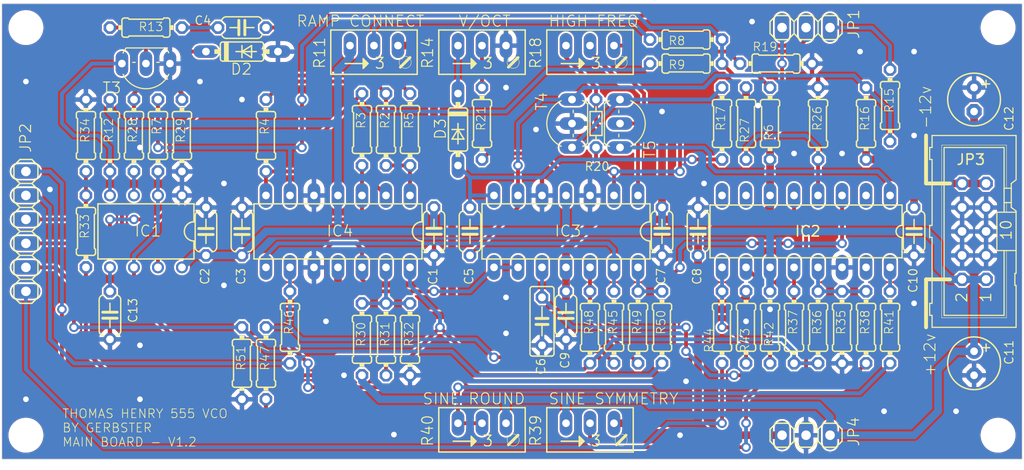
<source format=kicad_pcb>
(kicad_pcb (version 20240108) (generator "pcbnew") (generator_version "8.0")
  (layers (0 "F.Cu" signal) (31 "B.Cu" signal) (34 "B.Paste" user) (35 "F.Paste" user) (36 "B.SilkS" user "B.Silkscreen") (37 "F.SilkS" user "F.Silkscreen") (38 "B.Mask" user) (39 "F.Mask" user) (44 "Edge.Cuts" user))
  (net 0 "")
  (net 1 "GND")
  (net 2 "+12V")
  (net 3 "N$1")
  (net 4 "N$2")
  (net 5 "N$3")
  (net 6 "N$4")
  (net 7 "RAMP-OUT")
  (net 8 "N$5")
  (net 9 "-12V")
  (net 10 "N$9")
  (net 11 "HARD-SYNC-IN")
  (net 12 "N$11")
  (net 13 "N$12")
  (net 14 "N$13")
  (net 15 "N$8")
  (net 16 "N$10")
  (net 17 "N$14")
  (net 18 "N$15")
  (net 19 "N$16")
  (net 20 "N$18")
  (net 21 "N$19")
  (net 22 "LIN-FM")
  (net 23 "N$17")
  (net 24 "N$20")
  (net 25 "N$23")
  (net 26 "N$24")
  (net 27 "N$22")
  (net 28 "N$25")
  (net 29 "N$26")
  (net 30 "N$27")
  (net 31 "N$29")
  (net 32 "TRIANGLE-OUT")
  (net 33 "N$7")
  (net 34 "N$28")
  (net 35 "N$30")
  (net 36 "N$31")
  (net 37 "N$32")
  (net 38 "N$33")
  (net 39 "SINE-OUT")
  (net 40 "N$34")
  (net 41 "N$37")
  (net 42 "PULSE-WIDTH")
  (net 43 "PWM-IN")
  (net 44 "N$41")
  (net 45 "N$42")
  (net 46 "PULSE-OUT")
  (net 47 "N$35")
  (net 48 "MULTI-IN")
  (footprint "mainboard:RJ9W" (layer "F.Cu") (at 156.7561 125.9586)
    (property "Reference" "R39")
    (property "Value" "100k")
  )
  (footprint "mainboard:0204_7" (layer "F.Cu") (at 159.2961 115.1636 90)
    (property "Reference" "R45")
    (property "Value" "120k")
  )
  (footprint "mainboard:ML10" (layer "F.Cu") (at 197.3961 105.0036 90)
    (property "Reference" "JP3")
    (property "Value" "")
  )
  (footprint "mainboard:0204_7" (layer "F.Cu") (at 188.5061 115.1636 90)
    (property "Reference" "R41")
    (property "Value" "22k")
  )
  (footprint "mainboard:DO35-7" (layer "F.Cu") (at 142.7861 94.2086 -90)
    (property "Reference" "D3")
    (property "Value" "")
  )
  (footprint "mainboard:0204_7" (layer "F.Cu") (at 119.9261 118.9736 90)
    (property "Reference" "R51")
    (property "Value" "1.8k")
  )
  (footprint "mainboard:0204_7" (layer "F.Cu") (at 170.7261 115.1636 -90)
    (property "Reference" "R44")
    (property "Value" "1k")
  )
  (footprint "mainboard:0204_7" (layer "F.Cu") (at 185.9661 115.1636 90)
    (property "Reference" "R38")
    (property "Value" "1M")
  )
  (footprint "mainboard:0204_7" (layer "F.Cu") (at 113.5761 94.8436 90)
    (property "Reference" "R29")
    (property "Value" "1.5k")
  )
  (footprint "mainboard:RJ9W" (layer "F.Cu") (at 156.7561 85.9536)
    (property "Reference" "R18")
    (property "Value" "100")
  )
  (footprint "mainboard:0204_7" (layer "F.Cu") (at 156.7561 115.1636 -90)
    (property "Reference" "R48")
    (property "Value" "2.2k")
  )
  (footprint "mainboard:RJ9W" (layer "F.Cu") (at 133.8961 85.9536)
    (property "Reference" "R11")
    (property "Value" "100k")
  )
  (footprint "mainboard:0204_7" (layer "F.Cu") (at 105.9561 94.8436 90)
    (property "Reference" "R12")
    (property "Value" "4.7k")
  )
  (footprint "mainboard:0204_7" (layer "F.Cu") (at 175.8061 93.5736 90)
    (property "Reference" "R6")
    (property "Value" "150k")
  )
  (footprint "mainboard:R-5" (layer "F.Cu") (at 157.3911 93.5736 -90)
    (property "Reference" "R20")
    (property "Value" "2k TEMPCO")
  )
  (footprint "mainboard:0204_7" (layer "F.Cu") (at 111.0361 94.8436 90)
    (property "Reference" "R7")
    (property "Value" "100k")
  )
  (footprint "mainboard:0204_7" (layer "F.Cu") (at 185.9661 93.5736 90)
    (property "Reference" "R16")
    (property "Value" "1.5M")
  )
  (footprint "" (layer "F.Cu") (at 97.0661 83.4136)
    (property "Reference" "@HOLE0" (hide yes))
    (property "Value" "")
  )
  (footprint "mainboard:0204_7" (layer "F.Cu") (at 180.8861 115.1636 -90)
    (property "Reference" "R36")
    (property "Value" "100k")
  )
  (footprint "mainboard:0204_7" (layer "F.Cu") (at 135.1661 94.2086 -90)
    (property "Reference" "R2")
    (property "Value" "10k")
  )
  (footprint "mainboard:E2,5-6" (layer "F.Cu") (at 197.3961 91.0336 -90)
    (property "Reference" "C12")
    (property "Value" "10uF/50v")
  )
  (footprint "mainboard:C050-024X044" (layer "F.Cu") (at 154.2161 113.8936 -90)
    (property "Reference" "C9")
    (property "Value" "0.01uF")
  )
  (footprint "mainboard:0204_7" (layer "F.Cu") (at 145.3261 93.5736 -90)
    (property "Reference" "R21")
    (property "Value" "1M")
  )
  (footprint "mainboard:0204_7" (layer "F.Cu") (at 137.7061 116.4336 90)
    (property "Reference" "R32")
    (property "Value" "20k")
  )
  (footprint "mainboard:C050-024X044" (layer "F.Cu") (at 119.9261 83.4136 180)
    (property "Reference" "C4")
    (property "Value" "470pF")
  )
  (footprint "mainboard:0204_7" (layer "F.Cu") (at 173.2661 93.5736 90)
    (property "Reference" "R27")
    (property "Value" "10k")
  )
  (footprint "mainboard:0204_7" (layer "F.Cu") (at 166.9161 87.2236 180)
    (property "Reference" "R9")
    (property "Value" "137k")
  )
  (footprint "mainboard:C050-024X044" (layer "F.Cu") (at 140.2461 105.0036 90)
    (property "Reference" "C1")
    (property "Value" "0.01uF")
  )
  (footprint "mainboard:C050-024X044" (layer "F.Cu") (at 164.3761 105.0036 90)
    (property "Reference" "C7")
    (property "Value" "0.01uF")
  )
  (footprint "mainboard:0204_7" (layer "F.Cu") (at 170.7261 93.5736 90)
    (property "Reference" "R17")
    (property "Value" "22k")
  )
  (footprint "mainboard:0204_7" (layer "F.Cu") (at 103.4161 105.0036 90)
    (property "Reference" "R33")
    (property "Value" "2k")
  )
  (footprint "mainboard:C050-024X044" (layer "F.Cu") (at 119.9261 105.0036 -90)
    (property "Reference" "C3")
    (property "Value" "0.1uF")
  )
  (footprint "mainboard:0204_7" (layer "F.Cu") (at 125.0061 115.1636 90)
    (property "Reference" "R46")
    (property "Value" "100k")
  )
  (footprint "mainboard:TO92-EBC" (layer "F.Cu") (at 109.7661 88.4936 180)
    (property "Reference" "T3")
    (property "Value" "2N3904")
  )
  (footprint "mainboard:0204_7" (layer "F.Cu") (at 103.4161 94.8436 -90)
    (property "Reference" "R34")
    (property "Value" "2k")
  )
  (footprint "" (layer "F.Cu") (at 97.0661 126.5936)
    (property "Reference" "@HOLE1" (hide yes))
    (property "Value" "")
  )
  (footprint "mainboard:0204_7" (layer "F.Cu") (at 137.7061 94.2086 90)
    (property "Reference" "R5")
    (property "Value" "1k")
  )
  (footprint "mainboard:0204_7" (layer "F.Cu") (at 135.1661 116.4336 -90)
    (property "Reference" "R31")
    (property "Value" "20k")
  )
  (footprint "mainboard:C050-024X044" (layer "F.Cu") (at 144.0561 105.0036 90)
    (property "Reference" "C5")
    (property "Value" "100pF")
  )
  (footprint "mainboard:C050-024X044" (layer "F.Cu") (at 191.0461 105.0036 -90)
    (property "Reference" "C10")
    (property "Value" "0.01uF")
  )
  (footprint "mainboard:DIL14" (layer "F.Cu") (at 130.0861 105.0036 180)
    (property "Reference" "IC4")
    (property "Value" "TL074P")
  )
  (footprint "mainboard:0204_7" (layer "F.Cu") (at 122.4661 94.8436 90)
    (property "Reference" "R4")
    (property "Value" "10k")
  )
  (footprint "mainboard:C050-025X075" (layer "F.Cu") (at 151.6761 114.5286 -90)
    (property "Reference" "C6")
    (property "Value" "0.0022uF")
  )
  (footprint "mainboard:C050-024X044" (layer "F.Cu") (at 168.1861 105.0036 90)
    (property "Reference" "C8")
    (property "Value" "0.01uF")
  )
  (footprint "mainboard:0204_7" (layer "F.Cu") (at 188.5061 91.6686 -90)
    (property "Reference" "R15")
    (property "Value" "1M")
  )
  (footprint "mainboard:0204_7" (layer "F.Cu") (at 108.4961 94.8436 90)
    (property "Reference" "R28")
    (property "Value" "4.7k")
  )
  (footprint "mainboard:0204_7" (layer "F.Cu") (at 132.6261 94.2086 -90)
    (property "Reference" "R3")
    (property "Value" "10k")
  )
  (footprint "mainboard:RJ9W" (layer "F.Cu") (at 145.3261 125.9586)
    (property "Reference" "R40")
    (property "Value" "25k")
  )
  (footprint "mainboard:DIL14" (layer "F.Cu") (at 154.2161 105.0036 180)
    (property "Reference" "IC3")
    (property "Value" "TL074P")
  )
  (footprint "mainboard:DO35-7" (layer "F.Cu") (at 119.9261 85.9536)
    (property "Reference" "D2")
    (property "Value" "")
  )
  (footprint "mainboard:0204_7" (layer "F.Cu") (at 176.4411 87.2236 180)
    (property "Reference" "R19")
    (property "Value" "390")
  )
  (footprint "" (layer "F.Cu") (at 199.9361 83.4136)
    (property "Reference" "@HOLE3" (hide yes))
    (property "Value" "")
  )
  (footprint "mainboard:0204_7" (layer "F.Cu") (at 166.9161 84.6836 180)
    (property "Reference" "R8")
    (property "Value" "1M")
  )
  (footprint "mainboard:0204_7" (layer "F.Cu") (at 175.8061 115.1636 -90)
    (property "Reference" "R42")
    (property "Value" "300k")
  )
  (footprint "mainboard:C050-024X044" (layer "F.Cu") (at 105.9561 113.8936 90)
    (property "Reference" "C13")
    (property "Value" "0.001uF")
  )
  (footprint "mainboard:0204_7" (layer "F.Cu") (at 132.6261 116.4336 90)
    (property "Reference" "R30")
    (property "Value" "10k")
  )
  (footprint "mainboard:0204_7" (layer "F.Cu") (at 109.7661 83.4136 180)
    (property "Reference" "R13")
    (property "Value" "100k")
  )
  (footprint "mainboard:0204_7" (layer "F.Cu") (at 183.4261 115.1636 90)
    (property "Reference" "R35")
    (property "Value" "390")
  )
  (footprint "mainboard:0204_7" (layer "F.Cu") (at 164.3761 115.1636 -90)
    (property "Reference" "R50")
    (property "Value" "2k")
  )
  (footprint "mainboard:DIL16" (layer "F.Cu") (at 179.6161 105.0036 180)
    (property "Reference" "IC2")
    (property "Value" "LM13700N")
  )
  (footprint "mainboard:RJ9W" (layer "F.Cu") (at 145.3261 85.9536)
    (property "Reference" "R14")
    (property "Value" "100k")
  )
  (footprint "mainboard:1X03" (layer "F.Cu") (at 179.6161 126.5936 180)
    (property "Reference" "JP4")
    (property "Value" "")
  )
  (footprint "mainboard:0204_7" (layer "F.Cu") (at 178.3461 115.1636 90)
    (property "Reference" "R37")
    (property "Value" "39k")
  )
  (footprint "mainboard:C050-024X044" (layer "F.Cu") (at 116.1161 105.0036 -90)
    (property "Reference" "C2")
    (property "Value" "0.01uF")
  )
  (footprint "mainboard:TO92-EBC" (layer "F.Cu") (at 161.2011 93.5736 -90)
    (property "Reference" "T5")
    (property "Value" "2N3906 matched")
  )
  (footprint "mainboard:E2,5-6" (layer "F.Cu") (at 197.3961 118.9736 -90)
    (property "Reference" "C11")
    (property "Value" "10uF/50v")
  )
  (footprint "" (layer "F.Cu") (at 199.9361 126.5936)
    (property "Reference" "@HOLE2" (hide yes))
    (property "Value" "")
  )
  (footprint "mainboard:DIL08" (layer "F.Cu") (at 109.7661 105.0036 180)
    (property "Reference" "IC1")
    (property "Value" "LM555N")
  )
  (footprint "mainboard:0204_7" (layer "F.Cu") (at 173.2661 115.1636 -90)
    (property "Reference" "R43")
    (property "Value" "5.6k")
  )
  (footprint "mainboard:0204_7" (layer "F.Cu") (at 122.4661 118.9736 90)
    (property "Reference" "R47")
    (property "Value" "330k")
  )
  (footprint "mainboard:0204_7" (layer "F.Cu") (at 180.8861 93.5736 -90)
    (property "Reference" "R26")
    (property "Value" "1.5k")
  )
  (footprint "mainboard:0204_7" (layer "F.Cu") (at 161.8361 115.1636 90)
    (property "Reference" "R49")
    (property "Value" "2.2M")
  )
  (footprint "mainboard:1X06" (layer "F.Cu") (at 97.0661 105.0036 90)
    (property "Reference" "JP2")
    (property "Value" "")
  )
  (footprint "mainboard:TO92-EBC" (layer "F.Cu") (at 153.5811 93.5736 90)
    (property "Reference" "T4")
    (property "Value" "2N3906 matched")
  )
  (footprint "mainboard:1X03" (layer "F.Cu") (at 179.6161 83.4136)
    (property "Reference" "JP1")
    (property "Value" "")
  )
  (gr_line (start 192.3161 110.0836) (end 194.8561 110.0836) (stroke (width 0.4064)) (layer "F.SilkS"))
  (gr_line (start 194.8561 99.9236) (end 192.3161 99.9236) (stroke (width 0.4064)) (layer "F.SilkS"))
  (gr_line (start 192.3161 115.1636) (end 192.3161 110.0836) (stroke (width 0.4064)) (layer "F.SilkS"))
  (gr_line (start 192.3161 99.9236) (end 192.3161 94.8436) (stroke (width 0.4064)) (layer "F.SilkS"))
  (gr_line (start 94.5261 129.1336) (end 202.4761 129.1336) (stroke (width 0.05)) (layer "Edge.Cuts"))
  (gr_line (start 202.4761 80.8736) (end 94.5261 80.8736) (stroke (width 0.05)) (layer "Edge.Cuts"))
  (gr_line (start 202.4761 129.1336) (end 202.4761 80.8736) (stroke (width 0.05)) (layer "Edge.Cuts"))
  (gr_line (start 94.5261 80.8736) (end 94.5261 129.1336) (stroke (width 0.05)) (layer "Edge.Cuts"))
  (gr_text "SINE ROUND" (at 138.9761 123.4186 0) (layer "F.SilkS") (effects (font (size 1.1684 1.1684) (thickness 0.1016)) (justify left bottom)))
  (gr_text "THOMAS HENRY 555 VCO \nBY GERBSTER\nMAIN BOARD - V1.2" (at 100.8761 127.8636 0) (layer "F.SilkS") (effects (font (size 0.93472 0.93472) (thickness 0.08128)) (justify left bottom)))
  (gr_text "HIGH FREQ" (at 152.3111 83.4136 0) (layer "F.SilkS") (effects (font (size 1.1684 1.1684) (thickness 0.1016)) (justify left bottom)))
  (gr_text "+12v" (at 193.404744 120.432044 90) (layer "F.SilkS") (effects (font (size 1.1684 1.1684) (thickness 0.1016)) (justify left bottom)))
  (gr_text "SINE SYMMETRY" (at 152.3111 123.4186 0) (layer "F.SilkS") (effects (font (size 1.1684 1.1684) (thickness 0.1016)) (justify left bottom)))
  (gr_text "V/OCT " (at 142.7861 83.4136 0) (layer "F.SilkS") (effects (font (size 1.1684 1.1684) (thickness 0.1016)) (justify left bottom)))
  (gr_text "RAMP CONNECT" (at 125.6411 83.4136 0) (layer "F.SilkS") (effects (font (size 1.1684 1.1684) (thickness 0.1016)) (justify left bottom)))
  (gr_text "-12v" (at 192.9511 94.2086 90) (layer "F.SilkS") (effects (font (size 1.1684 1.1684) (thickness 0.1016)) (justify left bottom)))
  (via (at 147.8661 89.7636) (size 1.0064) (drill 0.6) (layers "F.Cu" "B.Cu") (net 1))
  (via (at 173.2661 114.5286) (size 1.0064) (drill 0.6) (layers "F.Cu" "B.Cu") (net 1))
  (via (at 187.8711 124.0536) (size 1.0064) (drill 0.6) (layers "F.Cu" "B.Cu") (net 1))
  (via (at 118.0211 99.9236) (size 1.0064) (drill 0.6) (layers "F.Cu" "B.Cu") (net 1))
  (via (at 118.0211 110.7186) (size 1.0064) (drill 0.6) (layers "F.Cu" "B.Cu") (net 1))
  (via (at 178.3461 96.7486) (size 1.0064) (drill 0.6) (layers "F.Cu" "B.Cu") (net 1))
  (via (at 185.3311 85.9536) (size 1.0064) (drill 0.6) (layers "F.Cu" "B.Cu") (net 1))
  (via (at 147.8661 115.7986) (size 1.0064) (drill 0.6) (layers "F.Cu" "B.Cu") (net 1))
  (via (at 109.1311 96.1136) (size 1.0064) (drill 0.6) (layers "F.Cu" "B.Cu") (net 1))
  (via (at 115.4811 89.1286) (size 1.0064) (drill 0.6) (layers "F.Cu" "B.Cu") (net 1))
  (via (at 191.0461 112.6236) (size 1.0064) (drill 0.6) (layers "F.Cu" "B.Cu") (net 1))
  (via (at 147.8661 111.9886) (size 1.0064) (drill 0.6) (layers "F.Cu" "B.Cu") (net 1))
  (via (at 183.4261 96.7486) (size 1.0064) (drill 0.6) (layers "F.Cu" "B.Cu") (net 1))
  (via (at 97.0661 122.7836) (size 1.0064) (drill 0.6) (layers "F.Cu" "B.Cu") (net 1))
  (via (at 97.0661 89.1286) (size 1.0064) (drill 0.6) (layers "F.Cu" "B.Cu") (net 1))
  (via (at 119.9261 91.0336) (size 1.0064) (drill 0.6) (layers "F.Cu" "B.Cu") (net 1))
  (via (at 195.4911 124.0536) (size 1.0064) (drill 0.6) (layers "F.Cu" "B.Cu") (net 1))
  (via (at 175.8061 113.2586) (size 1.0064) (drill 0.6) (layers "F.Cu" "B.Cu") (net 1))
  (via (at 174.5361 91.6686) (size 1.0064) (drill 0.6) (layers "F.Cu" "B.Cu") (net 1))
  (via (at 164.3761 92.3036) (size 1.0064) (drill 0.6) (layers "F.Cu" "B.Cu") (net 1))
  (via (at 136.0061 126.5286) (size 1.0064) (drill 0.6) (layers "F.Cu" "B.Cu") (net 1))
  (via (at 191.0461 94.8436) (size 1.0064) (drill 0.6) (layers "F.Cu" "B.Cu") (net 1))
  (via (at 173.9011 82.7786) (size 1.0064) (drill 0.6) (layers "F.Cu" "B.Cu") (net 1))
  (via (at 168.8211 99.9236) (size 1.0064) (drill 0.6) (layers "F.Cu" "B.Cu") (net 1))
  (via (at 109.1311 117.0686) (size 1.0064) (drill 0.6) (layers "F.Cu" "B.Cu") (net 1))
  (via (at 128.8161 114.5286) (size 1.0064) (drill 0.6) (layers "F.Cu" "B.Cu") (net 1))
  (via (at 151.0411 94.2086) (size 1.0064) (drill 0.6) (layers "F.Cu" "B.Cu") (net 1))
  (via (at 109.1311 122.7836) (size 1.0064) (drill 0.6) (layers "F.Cu" "B.Cu") (net 1))
  (via (at 99.6061 100.5586) (size 1.0064) (drill 0.6) (layers "F.Cu" "B.Cu") (net 1))
  (via (at 130.7211 120.2436) (size 1.0064) (drill 0.6) (layers "F.Cu" "B.Cu") (net 1))
  (via (at 191.0461 85.9536) (size 1.0064) (drill 0.6) (layers "F.Cu" "B.Cu") (net 1))
  (via (at 166.2811 126.5936) (size 1.0064) (drill 0.6) (layers "F.Cu" "B.Cu") (net 1))
  (via (at 166.9161 120.8786) (size 1.0064) (drill 0.6) (layers "F.Cu" "B.Cu") (net 1))
  (segment (start 164.3761 95.4786) (end 164.3761 102.4636) (width 0.8128) (layer "F.Cu") (net 2))
  (segment (start 173.2661 91.0336) (end 171.9961 92.3036) (width 0.8128) (layer "F.Cu") (net 2))
  (segment (start 171.9961 92.3036) (end 167.5511 92.3036) (width 0.8128) (layer "F.Cu") (net 2))
  (segment (start 167.5511 92.3036) (end 164.3761 95.4786) (width 0.8128) (layer "F.Cu") (net 2))
  (segment (start 173.2661 89.7636) (end 173.2661 91.0336) (width 0.8128) (layer "F.Cu") (net 2))
  (segment (start 196.1261 110.0836) (end 194.8561 110.0836) (width 0.8128) (layer "B.Cu") (net 2))
  (segment (start 192.3161 105.0036) (end 175.8061 105.0036) (width 0.8128) (layer "B.Cu") (net 2))
  (segment (start 130.0861 105.0036) (end 122.4661 105.0036) (width 0.8128) (layer "B.Cu") (net 2))
  (segment (start 134.5311 122.7836) (end 147.8661 122.7836) (width 0.8128) (layer "B.Cu") (net 2))
  (segment (start 105.9561 92.3036) (end 107.2261 93.5736) (width 0.8128) (layer "B.Cu") (net 2))
  (segment (start 130.0861 87.8586) (end 131.3561 86.5886) (width 0.8128) (layer "B.Cu") (net 2))
  (segment (start 154.2161 101.1936) (end 154.2161 105.0036) (width 0.8128) (layer "B.Cu") (net 2))
  (segment (start 154.2161 122.7836) (end 147.8661 122.7836) (width 0.8128) (layer "B.Cu") (net 2))
  (segment (start 197.3961 110.0836) (end 196.1261 110.0836) (width 0.8128) (layer "B.Cu") (net 2))
  (segment (start 132.6261 120.2436) (end 132.6261 120.8786) (width 0.8128) (layer "B.Cu") (net 2))
  (segment (start 114.8461 107.5436) (end 113.5761 108.8136) (width 0.8128) (layer "B.Cu") (net 2))
  (segment (start 119.9261 107.5436) (end 116.1161 107.5436) (width 0.8128) (layer "B.Cu") (net 2))
  (segment (start 193.5861 106.2736) (end 192.3161 105.0036) (width 0.8128) (layer "B.Cu") (net 2))
  (segment (start 180.8861 123.4186) (end 182.1561 124.6886) (width 0.8128) (layer "B.Cu") (net 2))
  (segment (start 105.9561 91.0336) (end 105.9561 92.3036) (width 0.8128) (layer "B.Cu") (net 2))
  (segment (start 140.2461 105.0036) (end 130.0861 105.0036) (width 0.8128) (layer "B.Cu") (net 2))
  (segment (start 122.4661 105.0036) (end 119.9261 107.5436) (width 0.8128) (layer "B.Cu") (net 2))
  (segment (start 116.1161 107.5436) (end 114.8461 107.5436) (width 0.8128) (layer "B.Cu") (net 2))
  (segment (start 130.0861 101.1936) (end 130.0861 93.5736) (width 0.8128) (layer "B.Cu") (net 2))
  (segment (start 107.2261 93.5736) (end 130.0861 93.5736) (width 0.8128) (layer "B.Cu") (net 2))
  (segment (start 175.8061 108.8136) (end 175.8061 105.0036) (width 0.8128) (layer "B.Cu") (net 2))
  (segment (start 182.1561 124.6886) (end 182.1561 126.5936) (width 0.8128) (layer "B.Cu") (net 2))
  (segment (start 191.0461 126.5936) (end 193.5861 124.0536) (width 0.8128) (layer "B.Cu") (net 2))
  (segment (start 197.3961 110.0836) (end 198.6661 110.0836) (width 0.8128) (layer "B.Cu") (net 2))
  (segment (start 193.5861 124.0536) (end 193.5861 119.6086) (width 0.8128) (layer "B.Cu") (net 2))
  (segment (start 130.0861 93.5736) (end 130.0861 87.8586) (width 0.8128) (layer "B.Cu") (net 2))
  (segment (start 154.2161 125.3236) (end 154.2161 122.7836) (width 0.8128) (layer "B.Cu") (net 2))
  (segment (start 197.3961 117.7036) (end 197.3961 110.0836) (width 0.8128) (layer "B.Cu") (net 2))
  (segment (start 162.4711 122.7836) (end 163.1061 123.4186) (width 0.8128) (layer "B.Cu") (net 2))
  (segment (start 175.8061 111.3536) (end 175.8061 108.8136) (width 0.8128) (layer "B.Cu") (net 2))
  (segment (start 140.2461 102.4636) (end 140.2461 105.0036) (width 0.8128) (layer "B.Cu") (net 2))
  (segment (start 163.1061 123.4186) (end 180.8861 123.4186) (width 0.8128) (layer "B.Cu") (net 2))
  (segment (start 182.1561 126.5936) (end 191.0461 126.5936) (width 0.8128) (layer "B.Cu") (net 2))
  (segment (start 154.2161 122.7836) (end 162.4711 122.7836) (width 0.8128) (layer "B.Cu") (net 2))
  (segment (start 147.8661 125.3236) (end 147.8661 122.7836) (width 0.8128) (layer "B.Cu") (net 2))
  (segment (start 193.5861 119.6086) (end 195.4911 117.7036) (width 0.8128) (layer "B.Cu") (net 2))
  (segment (start 130.0861 101.1936) (end 130.0861 105.0036) (width 0.8128) (layer "B.Cu") (net 2))
  (segment (start 132.6261 120.8786) (end 134.5311 122.7836) (width 0.8128) (layer "B.Cu") (net 2))
  (segment (start 194.8561 110.0836) (end 193.5861 108.8136) (width 0.8128) (layer "B.Cu") (net 2))
  (segment (start 154.2161 105.0036) (end 140.2461 105.0036) (width 0.8128) (layer "B.Cu") (net 2))
  (segment (start 164.3761 102.4636) (end 164.3761 105.0036) (width 0.8128) (layer "B.Cu") (net 2))
  (segment (start 164.3761 105.0036) (end 154.2161 105.0036) (width 0.8128) (layer "B.Cu") (net 2))
  (segment (start 193.5861 108.8136) (end 193.5861 106.2736) (width 0.8128) (layer "B.Cu") (net 2))
  (segment (start 195.4911 117.7036) (end 197.3961 117.7036) (width 0.8128) (layer "B.Cu") (net 2))
  (segment (start 131.3561 86.5886) (end 131.3561 85.3186) (width 0.8128) (layer "B.Cu") (net 2))
  (segment (start 175.8061 105.0036) (end 164.3761 105.0036) (width 0.8128) (layer "B.Cu") (net 2))
  (segment (start 131.9911 103.7336) (end 121.1961 103.7336) (width 0.4064) (layer "F.Cu") (net 3))
  (segment (start 132.6261 103.0986) (end 131.9911 103.7336) (width 0.4064) (layer "F.Cu") (net 3))
  (segment (start 111.0361 107.5436) (end 111.0361 108.8136) (width 0.4064) (layer "F.Cu") (net 3))
  (segment (start 119.9261 105.0036) (end 113.5761 105.0036) (width 0.4064) (layer "F.Cu") (net 3))
  (segment (start 113.5761 105.0036) (end 111.0361 107.5436) (width 0.4064) (layer "F.Cu") (net 3))
  (segment (start 121.1961 103.7336) (end 119.9261 105.0036) (width 0.4064) (layer "F.Cu") (net 3))
  (segment (start 132.6261 101.1936) (end 132.6261 103.0986) (width 0.4064) (layer "F.Cu") (net 3))
  (segment (start 132.6261 101.1936) (end 132.6261 98.0186) (width 0.4064) (layer "F.Cu") (net 3))
  (segment (start 135.1661 94.8436) (end 133.8961 96.1136) (width 0.4064) (layer "F.Cu") (net 4))
  (segment (start 135.1661 90.3986) (end 135.1661 94.8436) (width 0.4064) (layer "F.Cu") (net 4))
  (segment (start 133.8961 96.1136) (end 133.8961 99.9236) (width 0.4064) (layer "F.Cu") (net 4))
  (segment (start 124.3711 89.1286) (end 133.8961 89.1286) (width 0.4064) (layer "F.Cu") (net 4))
  (segment (start 133.8961 89.1286) (end 135.1661 90.3986) (width 0.4064) (layer "F.Cu") (net 4))
  (segment (start 122.4661 91.0336) (end 124.3711 89.1286) (width 0.4064) (layer "F.Cu") (net 4))
  (segment (start 133.8961 99.9236) (end 135.1661 101.1936) (width 0.4064) (layer "F.Cu") (net 4))
  (segment (start 137.7061 98.0186) (end 135.1661 98.0186) (width 0.4064) (layer "F.Cu") (net 5))
  (segment (start 137.7061 101.1936) (end 137.7061 98.0186) (width 0.4064) (layer "F.Cu") (net 5))
  (segment (start 128.1811 96.7486) (end 126.2761 98.6536) (width 0.4064) (layer "F.Cu") (net 6))
  (segment (start 126.2761 98.6536) (end 122.4661 98.6536) (width 0.4064) (layer "F.Cu") (net 6))
  (segment (start 132.6261 90.3986) (end 128.1811 94.8436) (width 0.4064) (layer "F.Cu") (net 6))
  (segment (start 122.4661 101.1936) (end 122.4661 98.6536) (width 0.4064) (layer "F.Cu") (net 6))
  (segment (start 128.1811 94.8436) (end 128.1811 96.7486) (width 0.4064) (layer "F.Cu") (net 6))
  (segment (start 132.6261 91.6686) (end 133.2611 92.3036) (width 0.4064) (layer "B.Cu") (net 6))
  (segment (start 147.8661 92.3036) (end 152.3111 87.8586) (width 0.4064) (layer "B.Cu") (net 6))
  (segment (start 133.2611 92.3036) (end 147.8661 92.3036) (width 0.4064) (layer "B.Cu") (net 6))
  (segment (start 132.6261 90.3986) (end 132.6261 91.6686) (width 0.4064) (layer "B.Cu") (net 6))
  (segment (start 152.3111 87.8586) (end 162.4711 87.8586) (width 0.4064) (layer "B.Cu") (net 6))
  (segment (start 162.4711 87.8586) (end 163.1061 87.2236) (width 0.4064) (layer "B.Cu") (net 6))
  (segment (start 119.2911 88.4936) (end 135.8011 88.4936) (width 0.4064) (layer "F.Cu") (net 7))
  (segment (start 104.6861 106.2736) (end 105.9561 105.0036) (width 0.4064) (layer "F.Cu") (net 7))
  (segment (start 112.3061 95.4786) (end 119.2911 88.4936) (width 0.4064) (layer "F.Cu") (net 7))
  (segment (start 135.8011 88.4936) (end 137.7061 90.3986) (width 0.4064) (layer "F.Cu") (net 7))
  (segment (start 112.3061 102.4636) (end 112.3061 95.4786) (width 0.4064) (layer "F.Cu") (net 7))
  (segment (start 111.0361 103.7336) (end 112.3061 102.4636) (width 0.4064) (layer "F.Cu") (net 7))
  (segment (start 105.9561 105.0036) (end 105.9561 103.7336) (width 0.4064) (layer "F.Cu") (net 7))
  (segment (start 108.4961 103.7336) (end 111.0361 103.7336) (width 0.4064) (layer "F.Cu") (net 7))
  (segment (start 97.0661 106.2736) (end 104.6861 106.2736) (width 0.4064) (layer "F.Cu") (net 7))
  (via (at 108.4961 103.7336) (size 1.0064) (drill 0.6) (layers "F.Cu" "B.Cu") (net 7))
  (via (at 105.9561 103.7336) (size 1.0064) (drill 0.6) (layers "F.Cu" "B.Cu") (net 7))
  (segment (start 105.9561 103.7336) (end 108.4961 103.7336) (width 0.4064) (layer "B.Cu") (net 7))
  (segment (start 111.0361 91.0336) (end 111.0361 96.1136) (width 0.4064) (layer "F.Cu") (net 8))
  (segment (start 175.8061 89.7636) (end 174.5361 88.4936) (width 0.4064) (layer "F.Cu") (net 8))
  (segment (start 126.2761 91.0336) (end 126.2761 96.1136) (width 0.4064) (layer "F.Cu") (net 8))
  (segment (start 174.5361 88.4936) (end 171.9961 88.4936) (width 0.4064) (layer "F.Cu") (net 8))
  (segment (start 171.9961 88.4936) (end 170.7261 87.2236) (width 0.4064) (layer "F.Cu") (net 8))
  (via (at 111.0361 96.1136) (size 1.0064) (drill 0.6) (layers "F.Cu" "B.Cu") (net 8))
  (via (at 126.2761 91.0336) (size 1.0064) (drill 0.6) (layers "F.Cu" "B.Cu") (net 8))
  (via (at 126.2761 96.1136) (size 1.0064) (drill 0.6) (layers "F.Cu" "B.Cu") (net 8))
  (segment (start 169.4561 83.4136) (end 163.1061 83.4136) (width 0.4064) (layer "B.Cu") (net 8))
  (segment (start 126.2761 96.1136) (end 125.0061 96.1136) (width 0.4064) (layer "B.Cu") (net 8))
  (segment (start 170.7261 87.2236) (end 170.7261 84.6836) (width 0.4064) (layer "B.Cu") (net 8))
  (segment (start 126.2761 85.3186) (end 126.2761 91.0336) (width 0.4064) (layer "B.Cu") (net 8))
  (segment (start 129.4511 82.1436) (end 126.2761 85.3186) (width 0.4064) (layer "B.Cu") (net 8))
  (segment (start 163.1061 83.4136) (end 161.8361 82.1436) (width 0.4064) (layer "B.Cu") (net 8))
  (segment (start 111.0361 96.1136) (end 125.0061 96.1136) (width 0.4064) (layer "B.Cu") (net 8))
  (segment (start 161.8361 82.1436) (end 129.4511 82.1436) (width 0.4064) (layer "B.Cu") (net 8))
  (segment (start 170.7261 84.6836) (end 169.4561 83.4136) (width 0.4064) (layer "B.Cu") (net 8))
  (segment (start 125.0061 96.1136) (end 125.0061 101.1936) (width 0.4064) (layer "B.Cu") (net 8))
  (segment (start 191.0461 102.4636) (end 191.0461 99.9236) (width 0.8128) (layer "F.Cu") (net 9))
  (segment (start 139.6111 113.8936) (end 142.1511 113.8936) (width 0.8128) (layer "F.Cu") (net 9))
  (segment (start 175.8061 97.3836) (end 175.8061 101.1936) (width 0.8128) (layer "F.Cu") (net 9))
  (segment (start 140.2461 87.2236) (end 140.2461 99.2886) (width 0.8128) (layer "F.Cu") (net 9))
  (segment (start 185.9661 94.8436) (end 184.6961 93.5736) (width 0.8128) (layer "F.Cu") (net 9))
  (segment (start 157.3911 103.7336) (end 154.2161 106.9086) (width 0.8128) (layer "F.Cu") (net 9))
  (segment (start 168.1861 113.2586) (end 171.9961 113.2586) (width 0.8128) (layer "F.Cu") (net 9))
  (segment (start 140.2461 99.2886) (end 142.1511 101.1936) (width 0.8128) (layer "F.Cu") (net 9))
  (segment (start 130.0861 108.8136) (end 130.0861 112.6236) (width 0.8128) (layer "F.Cu") (net 9))
  (segment (start 196.1261 99.9236) (end 191.0461 99.9236) (width 0.8128) (layer "F.Cu") (net 9))
  (segment (start 154.2161 106.9086) (end 154.2161 108.8136) (width 0.8128) (layer "F.Cu") (net 9))
  (segment (start 184.6961 93.5736) (end 177.0761 93.5736) (width 0.8128) (layer "F.Cu") (net 9))
  (segment (start 169.4561 126.5936) (end 168.1861 125.3236) (width 0.8128) (layer "F.Cu") (net 9))
  (segment (start 173.2661 111.3536) (end 173.2661 111.9886) (width 0.8128) (layer "F.Cu") (net 9))
  (segment (start 142.1511 113.8936) (end 152.9461 113.8936) (width 0.8128) (layer "F.Cu") (net 9))
  (segment (start 138.9761 114.5286) (end 139.6111 113.8936) (width 0.8128) (layer "F.Cu") (net 9))
  (segment (start 159.2961 125.3236) (end 168.1861 125.3236) (width 0.8128) (layer "F.Cu") (net 9))
  (segment (start 198.6661 99.9236) (end 197.3961 99.9236) (width 0.8128) (layer "F.Cu") (net 9))
  (segment (start 131.9911 114.5286) (end 138.9761 114.5286) (width 0.8128) (layer "F.Cu") (net 9))
  (segment (start 188.5061 97.3836) (end 185.9661 97.3836) (width 0.8128) (layer "F.Cu") (net 9))
  (segment (start 197.3961 99.9236) (end 196.1261 99.9236) (width 0.8128) (layer "F.Cu") (net 9))
  (segment (start 185.9661 97.3836) (end 185.9661 94.8436) (width 0.8128) (layer "F.Cu") (net 9))
  (segment (start 174.5361 103.7336) (end 169.4561 103.7336) (width 0.8128) (layer "F.Cu") (net 9))
  (segment (start 169.4561 103.7336) (end 168.1861 105.0036) (width 0.8128) (layer "F.Cu") (net 9))
  (segment (start 175.8061 94.8436) (end 175.8061 97.3836) (width 0.8128) (layer "F.Cu") (net 9))
  (segment (start 154.2161 112.6236) (end 154.2161 111.3536) (width 0.8128) (layer "F.Cu") (net 9))
  (segment (start 168.1861 105.0036) (end 166.9161 103.7336) (width 0.8128) (layer "F.Cu") (net 9))
  (segment (start 130.0861 112.6236) (end 131.9911 114.5286) (width 0.8128) (layer "F.Cu") (net 9))
  (segment (start 136.4361 85.3186) (end 138.3411 85.3186) (width 0.8128) (layer "F.Cu") (net 9))
  (segment (start 166.9161 103.7336) (end 157.3911 103.7336) (width 0.8128) (layer "F.Cu") (net 9))
  (segment (start 175.8061 102.4636) (end 174.5361 103.7336) (width 0.8128) (layer "F.Cu") (net 9))
  (segment (start 168.1861 113.2586) (end 168.1861 107.5436) (width 0.8128) (layer "F.Cu") (net 9))
  (segment (start 154.2161 111.3536) (end 154.2161 108.8136) (width 0.8128) (layer "F.Cu") (net 9))
  (segment (start 175.8061 101.1936) (end 175.8061 102.4636) (width 0.8128) (layer "F.Cu") (net 9))
  (segment (start 152.9461 113.8936) (end 154.2161 112.6236) (width 0.8128) (layer "F.Cu") (net 9))
  (segment (start 177.0761 126.5936) (end 169.4561 126.5936) (width 0.8128) (layer "F.Cu") (net 9))
  (segment (start 197.3961 92.3036) (end 197.3961 99.9236) (width 0.8128) (layer "F.Cu") (net 9))
  (segment (start 177.0761 93.5736) (end 175.8061 94.8436) (width 0.8128) (layer "F.Cu") (net 9))
  (segment (start 142.1511 101.1936) (end 142.1511 113.8936) (width 0.8128) (layer "F.Cu") (net 9))
  (segment (start 191.0461 99.9236) (end 188.5061 97.3836) (width 0.8128) (layer "F.Cu") (net 9))
  (segment (start 171.9961 113.2586) (end 173.2661 111.9886) (width 0.8128) (layer "F.Cu") (net 9))
  (segment (start 168.1861 125.3236) (end 168.1861 113.2586) (width 0.8128) (layer "F.Cu") (net 9))
  (segment (start 168.1861 107.5436) (end 168.1861 105.0036) (width 0.8128) (layer "F.Cu") (net 9))
  (segment (start 138.3411 85.3186) (end 140.2461 87.2236) (width 0.8128) (layer "F.Cu") (net 9))
  (segment (start 163.1061 84.6836) (end 161.2011 82.7786) (width 0.4064) (layer "B.Cu") (net 10))
  (segment (start 161.2011 82.7786) (end 134.5311 82.7786) (width 0.4064) (layer "B.Cu") (net 10))
  (segment (start 133.8961 83.4136) (end 133.8961 85.3186) (width 0.4064) (layer "B.Cu") (net 10))
  (segment (start 134.5311 82.7786) (end 133.8961 83.4136) (width 0.4064) (layer "B.Cu") (net 10))
  (segment (start 171.3611 82.1436) (end 175.1711 85.9536) (width 0.4064) (layer "F.Cu") (net 11))
  (segment (start 125.0061 83.4136) (end 126.2761 82.1436) (width 0.4064) (layer "F.Cu") (net 11))
  (segment (start 126.2761 82.1436) (end 171.3611 82.1436) (width 0.4064) (layer "F.Cu") (net 11))
  (segment (start 178.3461 85.9536) (end 179.6161 84.6836) (width 0.4064) (layer "F.Cu") (net 11))
  (segment (start 122.4661 83.4136) (end 125.0061 83.4136) (width 0.4064) (layer "F.Cu") (net 11))
  (segment (start 175.1711 85.9536) (end 178.3461 85.9536) (width 0.4064) (layer "F.Cu") (net 11))
  (segment (start 179.6161 84.6836) (end 179.6161 83.4136) (width 0.4064) (layer "F.Cu") (net 11))
  (segment (start 113.5761 83.4136) (end 117.3861 83.4136) (width 0.4064) (layer "B.Cu") (net 12))
  (segment (start 108.4961 83.4136) (end 109.7661 84.6836) (width 0.4064) (layer "F.Cu") (net 13))
  (segment (start 109.7661 84.6836) (end 112.9411 84.6836) (width 0.4064) (layer "F.Cu") (net 13))
  (segment (start 112.9411 84.6836) (end 114.2111 85.9536) (width 0.4064) (layer "F.Cu") (net 13))
  (segment (start 109.7661 84.6836) (end 109.7661 87.2236) (width 0.4064) (layer "F.Cu") (net 13))
  (segment (start 114.2111 85.9536) (end 116.1161 85.9536) (width 0.4064) (layer "F.Cu") (net 13))
  (segment (start 105.9561 83.4136) (end 108.4961 83.4136) (width 0.4064) (layer "F.Cu") (net 13))
  (segment (start 105.9561 101.1936) (end 105.9561 98.6536) (width 0.4064) (layer "B.Cu") (net 14))
  (segment (start 105.9561 96.1136) (end 104.6861 94.8436) (width 0.4064) (layer "B.Cu") (net 14))
  (segment (start 100.8761 90.3986) (end 104.0511 87.2236) (width 0.4064) (layer "B.Cu") (net 14))
  (segment (start 104.6861 94.8436) (end 102.1461 94.8436) (width 0.4064) (layer "B.Cu") (net 14))
  (segment (start 104.0511 87.2236) (end 107.2261 87.2236) (width 0.4064) (layer "B.Cu") (net 14))
  (segment (start 105.9561 98.6536) (end 105.9561 96.1136) (width 0.4064) (layer "B.Cu") (net 14))
  (segment (start 102.1461 94.8436) (end 100.8761 93.5736) (width 0.4064) (layer "B.Cu") (net 14))
  (segment (start 100.8761 93.5736) (end 100.8761 90.3986) (width 0.4064) (layer "B.Cu") (net 14))
  (segment (start 144.0561 107.5436) (end 149.1361 102.4636) (width 0.4064) (layer "F.Cu") (net 15))
  (segment (start 149.1361 98.0186) (end 149.1361 101.1936) (width 0.4064) (layer "F.Cu") (net 15))
  (segment (start 149.1361 102.4636) (end 149.1361 101.1936) (width 0.4064) (layer "F.Cu") (net 15))
  (via (at 149.1361 98.0186) (size 1.0064) (drill 0.6) (layers "F.Cu" "B.Cu") (net 15))
  (segment (start 168.8211 89.7636) (end 156.1211 89.7636) (width 0.4064) (layer "B.Cu") (net 15))
  (segment (start 184.6961 88.4936) (end 170.0911 88.4936) (width 0.4064) (layer "B.Cu") (net 15))
  (segment (start 149.1361 93.5736) (end 151.6761 91.0336) (width 0.4064) (layer "B.Cu") (net 15))
  (segment (start 156.1211 89.7636) (end 154.8511 91.0336) (width 0.4064) (layer "B.Cu") (net 15))
  (segment (start 170.0911 88.4936) (end 168.8211 89.7636) (width 0.4064) (layer "B.Cu") (net 15))
  (segment (start 151.6761 91.0336) (end 154.8511 91.0336) (width 0.4064) (layer "B.Cu") (net 15))
  (segment (start 149.1361 93.5736) (end 149.1361 98.0186) (width 0.4064) (layer "B.Cu") (net 15))
  (segment (start 188.5061 95.4786) (end 188.5061 92.3036) (width 0.4064) (layer "B.Cu") (net 15))
  (segment (start 185.9661 89.7636) (end 184.6961 88.4936) (width 0.4064) (layer "B.Cu") (net 15))
  (segment (start 188.5061 92.3036) (end 185.9661 89.7636) (width 0.4064) (layer "B.Cu") (net 15))
  (segment (start 170.7261 97.3836) (end 167.5511 97.3836) (width 0.4064) (layer "F.Cu") (net 16))
  (via (at 167.5511 97.3836) (size 1.0064) (drill 0.6) (layers "F.Cu" "B.Cu") (net 16))
  (segment (start 146.5961 101.1936) (end 144.0561 101.1936) (width 0.4064) (layer "B.Cu") (net 16))
  (segment (start 144.0561 99.2886) (end 142.7861 98.0186) (width 0.4064) (layer "B.Cu") (net 16))
  (segment (start 167.5511 97.3836) (end 153.5811 97.3836) (width 0.4064) (layer "B.Cu") (net 16))
  (segment (start 144.0561 101.1936) (end 144.0561 99.2886) (width 0.4064) (layer "B.Cu") (net 16))
  (segment (start 151.6761 99.2886) (end 144.0561 99.2886) (width 0.4064) (layer "B.Cu") (net 16))
  (segment (start 153.5811 97.3836) (end 151.6761 99.2886) (width 0.4064) (layer "B.Cu") (net 16))
  (segment (start 144.0561 102.4636) (end 144.0561 101.1936) (width 0.4064) (layer "B.Cu") (net 16))
  (segment (start 170.7261 89.7636) (end 169.4561 91.0336) (width 0.4064) (layer "B.Cu") (net 17))
  (segment (start 154.8511 96.1136) (end 159.9311 91.0336) (width 0.4064) (layer "B.Cu") (net 17))
  (segment (start 169.4561 91.0336) (end 159.9311 91.0336) (width 0.4064) (layer "B.Cu") (net 17))
  (segment (start 142.7861 85.3186) (end 142.7861 90.3986) (width 0.4064) (layer "B.Cu") (net 18))
  (segment (start 145.3261 89.7636) (end 145.3261 85.3186) (width 0.4064) (layer "F.Cu") (net 19))
  (segment (start 161.2011 89.1286) (end 159.9311 89.1286) (width 0.4064) (layer "F.Cu") (net 20))
  (segment (start 161.8361 93.5736) (end 162.4711 92.9386) (width 0.4064) (layer "F.Cu") (net 20))
  (segment (start 162.4711 92.9386) (end 162.4711 90.3986) (width 0.4064) (layer "F.Cu") (net 20))
  (segment (start 156.7561 85.9536) (end 156.7561 85.3186) (width 0.4064) (layer "F.Cu") (net 20))
  (segment (start 159.9311 89.1286) (end 156.7561 85.9536) (width 0.4064) (layer "F.Cu") (net 20))
  (segment (start 162.4711 90.3986) (end 161.2011 89.1286) (width 0.4064) (layer "F.Cu") (net 20))
  (segment (start 159.9311 93.5736) (end 161.8361 93.5736) (width 0.4064) (layer "F.Cu") (net 20))
  (segment (start 159.9311 96.1136) (end 168.8211 96.1136) (width 0.4064) (layer "B.Cu") (net 21))
  (segment (start 169.4561 96.7486) (end 169.4561 98.0186) (width 0.4064) (layer "B.Cu") (net 21))
  (segment (start 187.2361 98.6536) (end 188.5061 99.9236) (width 0.4064) (layer "B.Cu") (net 21))
  (segment (start 170.0911 98.6536) (end 187.2361 98.6536) (width 0.4064) (layer "B.Cu") (net 21))
  (segment (start 168.8211 96.1136) (end 169.4561 96.7486) (width 0.4064) (layer "B.Cu") (net 21))
  (segment (start 169.4561 98.0186) (end 170.0911 98.6536) (width 0.4064) (layer "B.Cu") (net 21))
  (segment (start 188.5061 99.9236) (end 188.5061 101.1936) (width 0.4064) (layer "B.Cu") (net 21))
  (segment (start 188.5061 85.3186) (end 188.5061 87.8586) (width 0.4064) (layer "B.Cu") (net 22))
  (segment (start 186.6011 83.4136) (end 188.5061 85.3186) (width 0.4064) (layer "B.Cu") (net 22))
  (segment (start 182.1561 83.4136) (end 186.6011 83.4136) (width 0.4064) (layer "B.Cu") (net 22))
  (segment (start 161.8361 95.4786) (end 161.2011 94.8436) (width 0.4064) (layer "F.Cu") (net 23))
  (segment (start 161.8361 101.1936) (end 161.8361 95.4786) (width 0.4064) (layer "F.Cu") (net 23))
  (segment (start 154.2161 85.3186) (end 154.2161 86.5886) (width 0.4064) (layer "F.Cu") (net 23))
  (segment (start 157.3911 93.5736) (end 157.3911 91.0336) (width 0.4064) (layer "F.Cu") (net 23))
  (segment (start 157.3911 89.7636) (end 157.3911 91.0336) (width 0.4064) (layer "F.Cu") (net 23))
  (segment (start 154.2161 86.5886) (end 157.3911 89.7636) (width 0.4064) (layer "F.Cu") (net 23))
  (segment (start 161.2011 94.8436) (end 158.6611 94.8436) (width 0.4064) (layer "F.Cu") (net 23))
  (segment (start 158.6611 94.8436) (end 157.3911 93.5736) (width 0.4064) (layer "F.Cu") (net 23))
  (segment (start 161.8361 85.9536) (end 171.3611 85.9536) (width 0.4064) (layer "F.Cu") (net 24))
  (segment (start 159.2961 85.3186) (end 161.2011 85.3186) (width 0.4064) (layer "F.Cu") (net 24))
  (segment (start 171.3611 85.9536) (end 172.6311 87.2236) (width 0.4064) (layer "F.Cu") (net 24))
  (segment (start 161.2011 85.3186) (end 161.8361 85.9536) (width 0.4064) (layer "F.Cu") (net 24))
  (segment (start 108.4961 101.1936) (end 108.4961 98.6536) (width 0.4064) (layer "B.Cu") (net 25))
  (segment (start 180.8861 101.1936) (end 180.8861 97.3836) (width 0.4064) (layer "F.Cu") (net 26))
  (segment (start 180.8861 97.3836) (end 180.8861 96.1136) (width 0.4064) (layer "B.Cu") (net 26))
  (segment (start 173.2661 96.1136) (end 173.2661 97.3836) (width 0.4064) (layer "B.Cu") (net 26))
  (segment (start 174.5361 94.8436) (end 173.2661 96.1136) (width 0.4064) (layer "B.Cu") (net 26))
  (segment (start 180.8861 96.1136) (end 179.6161 94.8436) (width 0.4064) (layer "B.Cu") (net 26))
  (segment (start 179.6161 94.8436) (end 174.5361 94.8436) (width 0.4064) (layer "B.Cu") (net 26))
  (segment (start 113.5761 90.3986) (end 112.9411 89.7636) (width 0.4064) (layer "F.Cu") (net 27))
  (segment (start 124.3711 116.4336) (end 126.9111 118.9736) (width 0.4064) (layer "F.Cu") (net 27))
  (segment (start 108.4961 91.0336) (end 108.4961 94.2086) (width 0.4064) (layer "F.Cu") (net 27))
  (segment (start 108.4961 94.2086) (end 107.2261 95.4786) (width 0.4064) (layer "F.Cu") (net 27))
  (segment (start 144.0561 120.8786) (end 165.0111 120.8786) (width 0.4064) (layer "F.Cu") (net 27))
  (segment (start 107.2261 95.4786) (end 107.2261 110.7186) (width 0.4064) (layer "F.Cu") (net 27))
  (segment (start 165.6461 109.4486) (end 166.2811 108.8136) (width 0.4064) (layer "F.Cu") (net 27))
  (segment (start 183.4261 106.2736) (end 183.4261 101.1936) (width 0.4064) (layer "F.Cu") (net 27))
  (segment (start 107.2261 110.7186) (end 112.9411 116.4336) (width 0.4064) (layer "F.Cu") (net 27))
  (segment (start 143.4211 120.2436) (end 144.0561 120.8786) (width 0.4064) (layer "F.Cu") (net 27))
  (segment (start 140.2461 121.5136) (end 141.5161 120.2436) (width 0.4064) (layer "F.Cu") (net 27))
  (segment (start 165.6461 120.2436) (end 165.6461 109.4486) (width 0.4064) (layer "F.Cu") (net 27))
  (segment (start 165.0111 120.8786) (end 165.6461 120.2436) (width 0.4064) (layer "F.Cu") (net 27))
  (segment (start 173.9011 106.2736) (end 177.7111 106.2736) (width 0.4064) (layer "F.Cu") (net 27))
  (segment (start 108.4961 91.0336) (end 108.4961 90.3986) (width 0.4064) (layer "F.Cu") (net 27))
  (segment (start 108.4961 90.3986) (end 109.1311 89.7636) (width 0.4064) (layer "F.Cu") (net 27))
  (segment (start 113.5761 91.0336) (end 113.5761 90.3986) (width 0.4064) (layer "F.Cu") (net 27))
  (segment (start 141.5161 120.2436) (end 143.4211 120.2436) (width 0.4064) (layer "F.Cu") (net 27))
  (segment (start 112.9411 89.7636) (end 109.1311 89.7636) (width 0.4064) (layer "F.Cu") (net 27))
  (segment (start 112.9411 116.4336) (end 124.3711 116.4336) (width 0.4064) (layer "F.Cu") (net 27))
  (segment (start 126.9111 121.5136) (end 140.2461 121.5136) (width 0.4064) (layer "F.Cu") (net 27))
  (via (at 177.7111 106.2736) (size 1.0064) (drill 0.6) (layers "F.Cu" "B.Cu") (net 27))
  (via (at 183.4261 106.2736) (size 1.0064) (drill 0.6) (layers "F.Cu" "B.Cu") (net 27))
  (via (at 166.2811 108.8136) (size 1.0064) (drill 0.6) (layers "F.Cu" "B.Cu") (net 27))
  (via (at 173.9011 106.2736) (size 1.0064) (drill 0.6) (layers "F.Cu" "B.Cu") (net 27))
  (via (at 126.9111 118.9736) (size 1.0064) (drill 0.6) (layers "F.Cu" "B.Cu") (net 27))
  (via (at 126.9111 121.5136) (size 1.0064) (drill 0.6) (layers "F.Cu" "B.Cu") (net 27))
  (segment (start 166.2811 108.8136) (end 166.2811 106.9086) (width 0.4064) (layer "B.Cu") (net 27))
  (segment (start 166.9161 106.2736) (end 173.9011 106.2736) (width 0.4064) (layer "B.Cu") (net 27))
  (segment (start 166.2811 106.9086) (end 166.9161 106.2736) (width 0.4064) (layer "B.Cu") (net 27))
  (segment (start 126.9111 118.9736) (end 126.9111 121.5136) (width 0.4064) (layer "B.Cu") (net 27))
  (segment (start 177.7111 106.2736) (end 183.4261 106.2736) (width 0.4064) (layer "B.Cu") (net 27))
  (segment (start 179.6161 119.6086) (end 178.9811 120.2436) (width 0.4064) (layer "F.Cu") (net 28))
  (segment (start 178.9811 120.2436) (end 171.9961 120.2436) (width 0.4064) (layer "F.Cu") (net 28))
  (segment (start 178.3461 103.0986) (end 179.6161 104.3686) (width 0.4064) (layer "F.Cu") (net 28))
  (segment (start 166.9161 117.7036) (end 166.9161 115.1636) (width 0.4064) (layer "F.Cu") (net 28))
  (segment (start 179.6161 104.3686) (end 179.6161 119.6086) (width 0.4064) (layer "F.Cu") (net 28))
  (segment (start 178.3461 101.1936) (end 178.3461 103.0986) (width 0.4064) (layer "F.Cu") (net 28))
  (via (at 171.9961 120.2436) (size 1.0064) (drill 0.6) (layers "F.Cu" "B.Cu") (net 28))
  (via (at 166.9161 115.1636) (size 1.0064) (drill 0.6) (layers "F.Cu" "B.Cu") (net 28))
  (via (at 166.9161 117.7036) (size 1.0064) (drill 0.6) (layers "F.Cu" "B.Cu") (net 28))
  (segment (start 166.9161 115.1636) (end 154.8511 115.1636) (width 0.4064) (layer "B.Cu") (net 28))
  (segment (start 169.4561 120.2436) (end 166.9161 117.7036) (width 0.4064) (layer "B.Cu") (net 28))
  (segment (start 171.9961 120.2436) (end 169.4561 120.2436) (width 0.4064) (layer "B.Cu") (net 28))
  (segment (start 154.8511 115.1636) (end 151.6761 111.9886) (width 0.4064) (layer "B.Cu") (net 28))
  (segment (start 151.6761 108.8136) (end 151.6761 111.9886) (width 0.4064) (layer "B.Cu") (net 28))
  (segment (start 133.8961 111.3536) (end 132.6261 110.0836) (width 0.4064) (layer "F.Cu") (net 29))
  (segment (start 132.6261 106.9086) (end 131.9911 106.2736) (width 0.4064) (layer "F.Cu") (net 29))
  (segment (start 111.0361 113.2586) (end 108.4961 110.7186) (width 0.4064) (layer "F.Cu") (net 29))
  (segment (start 129.4511 106.2736) (end 128.8161 106.9086) (width 0.4064) (layer "F.Cu") (net 29))
  (segment (start 128.8161 111.3536) (end 126.9111 113.2586) (width 0.4064) (layer "F.Cu") (net 29))
  (segment (start 132.6261 110.0836) (end 132.6261 108.8136) (width 0.4064) (layer "F.Cu") (net 29))
  (segment (start 128.8161 106.9086) (end 128.8161 111.3536) (width 0.4064) (layer "F.Cu") (net 29))
  (segment (start 108.4961 110.7186) (end 108.4961 108.8136) (width 0.4064) (layer "F.Cu") (net 29))
  (segment (start 131.9911 106.2736) (end 129.4511 106.2736) (width 0.4064) (layer "F.Cu") (net 29))
  (segment (start 132.6261 108.8136) (end 132.6261 106.9086) (width 0.4064) (layer "F.Cu") (net 29))
  (segment (start 126.9111 113.2586) (end 111.0361 113.2586) (width 0.4064) (layer "F.Cu") (net 29))
  (segment (start 140.2461 111.3536) (end 133.8961 111.3536) (width 0.4064) (layer "F.Cu") (net 29))
  (via (at 140.2461 111.3536) (size 1.0064) (drill 0.6) (layers "F.Cu" "B.Cu") (net 29))
  (segment (start 149.1361 108.8136) (end 146.5961 108.8136) (width 0.4064) (layer "B.Cu") (net 29))
  (segment (start 108.4961 108.8136) (end 108.4961 107.5436) (width 0.4064) (layer "B.Cu") (net 29))
  (segment (start 111.0361 98.6536) (end 111.0361 101.1936) (width 0.4064) (layer "B.Cu") (net 29))
  (segment (start 146.5961 108.8136) (end 144.0561 111.3536) (width 0.4064) (layer "B.Cu") (net 29))
  (segment (start 111.0361 105.0036) (end 111.0361 101.1936) (width 0.4064) (layer "B.Cu") (net 29))
  (segment (start 144.0561 111.3536) (end 140.2461 111.3536) (width 0.4064) (layer "B.Cu") (net 29))
  (segment (start 108.4961 107.5436) (end 111.0361 105.0036) (width 0.4064) (layer "B.Cu") (net 29))
  (segment (start 132.6261 112.6236) (end 135.1661 112.6236) (width 0.4064) (layer "B.Cu") (net 30))
  (segment (start 135.1661 112.6236) (end 135.1661 108.8136) (width 0.4064) (layer "B.Cu") (net 30))
  (segment (start 137.7061 112.6236) (end 135.1661 112.6236) (width 0.4064) (layer "B.Cu") (net 30))
  (segment (start 130.0861 118.3386) (end 135.1661 118.3386) (width 0.4064) (layer "F.Cu") (net 31))
  (segment (start 156.1211 119.6086) (end 156.7561 118.9736) (width 0.4064) (layer "F.Cu") (net 31))
  (segment (start 103.4161 108.8136) (end 103.4161 117.7036) (width 0.4064) (layer "F.Cu") (net 31))
  (segment (start 140.8811 115.1636) (end 137.7061 118.3386) (width 0.4064) (layer "F.Cu") (net 31))
  (segment (start 145.3261 119.6086) (end 156.1211 119.6086) (width 0.4064) (layer "F.Cu") (net 31))
  (segment (start 140.8811 115.1636) (end 145.3261 119.6086) (width 0.4064) (layer "F.Cu") (net 31))
  (segment (start 103.4161 117.7036) (end 105.9561 120.2436) (width 0.4064) (layer "F.Cu") (net 31))
  (segment (start 128.1811 120.2436) (end 130.0861 118.3386) (width 0.4064) (layer "F.Cu") (net 31))
  (segment (start 135.1661 118.3386) (end 135.1661 120.2436) (width 0.4064) (layer "F.Cu") (net 31))
  (segment (start 137.7061 118.3386) (end 135.1661 118.3386) (width 0.4064) (layer "F.Cu") (net 31))
  (segment (start 105.9561 120.2436) (end 128.1811 120.2436) (width 0.4064) (layer "F.Cu") (net 31))
  (via (at 140.8811 115.1636) (size 1.0064) (drill 0.6) (layers "F.Cu" "B.Cu") (net 31))
  (segment (start 180.8861 118.9736) (end 178.3461 118.9736) (width 0.4064) (layer "B.Cu") (net 31))
  (segment (start 156.7561 118.9736) (end 159.2961 116.4336) (width 0.4064) (layer "B.Cu") (net 31))
  (segment (start 140.8811 113.8936) (end 140.8811 115.1636) (width 0.4064) (layer "B.Cu") (net 31))
  (segment (start 137.7061 110.7186) (end 140.8811 113.8936) (width 0.4064) (layer "B.Cu") (net 31))
  (segment (start 159.2961 116.4336) (end 177.0761 116.4336) (width 0.4064) (layer "B.Cu") (net 31))
  (segment (start 178.3461 117.7036) (end 178.3461 118.9736) (width 0.4064) (layer "B.Cu") (net 31))
  (segment (start 137.7061 108.8136) (end 137.7061 110.7186) (width 0.4064) (layer "B.Cu") (net 31))
  (segment (start 177.0761 116.4336) (end 178.3461 117.7036) (width 0.4064) (layer "B.Cu") (net 31))
  (segment (start 102.1461 103.7336) (end 97.0661 103.7336) (width 0.4064) (layer "F.Cu") (net 32))
  (segment (start 103.4161 101.1936) (end 103.4161 102.4636) (width 0.4064) (layer "F.Cu") (net 32))
  (segment (start 103.4161 98.6536) (end 103.4161 101.1936) (width 0.4064) (layer "F.Cu") (net 32))
  (segment (start 103.4161 102.4636) (end 102.1461 103.7336) (width 0.4064) (layer "F.Cu") (net 32))
  (segment (start 174.5361 121.5136) (end 173.2661 122.7836) (width 0.4064) (layer "F.Cu") (net 33))
  (segment (start 156.7561 127.2286) (end 156.7561 125.3236) (width 0.4064) (layer "F.Cu") (net 33))
  (segment (start 173.2661 122.7836) (end 173.2661 125.3236) (width 0.4064) (layer "F.Cu") (net 33))
  (segment (start 183.4261 121.5136) (end 174.5361 121.5136) (width 0.4064) (layer "F.Cu") (net 33))
  (segment (start 173.2661 127.8636) (end 157.3911 127.8636) (width 0.4064) (layer "F.Cu") (net 33))
  (segment (start 157.3911 127.8636) (end 156.7561 127.2286) (width 0.4064) (layer "F.Cu") (net 33))
  (segment (start 185.9661 118.9736) (end 183.4261 121.5136) (width 0.4064) (layer "F.Cu") (net 33))
  (via (at 173.2661 127.8636) (size 1.0064) (drill 0.6) (layers "F.Cu" "B.Cu") (net 33))
  (via (at 173.2661 125.3236) (size 1.0064) (drill 0.6) (layers "F.Cu" "B.Cu") (net 33))
  (segment (start 173.2661 125.3236) (end 173.2661 127.8636) (width 0.4064) (layer "B.Cu") (net 33))
  (segment (start 185.9661 111.3536) (end 183.4261 111.3536) (width 0.4064) (layer "B.Cu") (net 34))
  (segment (start 180.8861 111.3536) (end 180.8861 108.8136) (width 0.4064) (layer "B.Cu") (net 34))
  (segment (start 180.8861 111.3536) (end 183.4261 111.3536) (width 0.4064) (layer "B.Cu") (net 34))
  (segment (start 188.5061 111.3536) (end 188.5061 108.8136) (width 0.4064) (layer "B.Cu") (net 35))
  (segment (start 142.7861 125.3236) (end 145.3261 125.3236) (width 0.4064) (layer "F.Cu") (net 36))
  (segment (start 142.7861 125.3236) (end 142.7861 121.5136) (width 0.4064) (layer "F.Cu") (net 36))
  (via (at 142.7861 121.5136) (size 1.0064) (drill 0.6) (layers "F.Cu" "B.Cu") (net 36))
  (segment (start 185.3311 122.1486) (end 188.5061 118.9736) (width 0.4064) (layer "B.Cu") (net 36))
  (segment (start 163.7411 122.1486) (end 185.3311 122.1486) (width 0.4064) (layer "B.Cu") (net 36))
  (segment (start 163.1061 121.5136) (end 163.7411 122.1486) (width 0.4064) (layer "B.Cu") (net 36))
  (segment (start 142.7861 121.5136) (end 163.1061 121.5136) (width 0.4064) (layer "B.Cu") (net 36))
  (segment (start 174.5361 110.0836) (end 174.5361 113.8936) (width 0.4064) (layer "F.Cu") (net 37))
  (segment (start 178.3461 108.8136) (end 178.3461 111.3536) (width 0.4064) (layer "F.Cu") (net 37))
  (segment (start 174.5361 113.8936) (end 175.8061 115.1636) (width 0.4064) (layer "F.Cu") (net 37))
  (segment (start 178.3461 112.6236) (end 175.8061 115.1636) (width 0.4064) (layer "F.Cu") (net 37))
  (segment (start 173.2661 108.8136) (end 174.5361 110.0836) (width 0.4064) (layer "F.Cu") (net 37))
  (segment (start 178.3461 111.3536) (end 178.3461 112.6236) (width 0.4064) (layer "F.Cu") (net 37))
  (segment (start 175.8061 115.1636) (end 175.8061 118.9736) (width 0.4064) (layer "F.Cu") (net 37))
  (segment (start 171.3611 115.1636) (end 173.2661 117.0686) (width 0.4064) (layer "F.Cu") (net 38))
  (segment (start 170.7261 115.1636) (end 171.3611 115.1636) (width 0.4064) (layer "F.Cu") (net 38))
  (segment (start 173.2661 117.0686) (end 173.2661 118.9736) (width 0.4064) (layer "F.Cu") (net 38))
  (via (at 170.7261 115.1636) (size 1.0064) (drill 0.6) (layers "F.Cu" "B.Cu") (net 38))
  (segment (start 170.7261 111.3536) (end 170.7261 108.8136) (width 0.4064) (layer "B.Cu") (net 38))
  (segment (start 170.7261 111.3536) (end 170.7261 115.1636) (width 0.4064) (layer "B.Cu") (net 38))
  (segment (start 170.7261 125.3236) (end 170.7261 118.9736) (width 0.4064) (layer "F.Cu") (net 39))
  (via (at 170.7261 125.3236) (size 1.0064) (drill 0.6) (layers "F.Cu" "B.Cu") (net 39))
  (segment (start 162.4711 127.8636) (end 165.0111 125.3236) (width 0.4064) (layer "B.Cu") (net 39))
  (segment (start 105.3211 127.8636) (end 162.4711 127.8636) (width 0.4064) (layer "B.Cu") (net 39))
  (segment (start 97.0661 111.3536) (end 97.0661 119.6086) (width 0.4064) (layer "B.Cu") (net 39))
  (segment (start 165.0111 125.3236) (end 170.7261 125.3236) (width 0.4064) (layer "B.Cu") (net 39))
  (segment (start 97.0661 119.6086) (end 105.3211 127.8636) (width 0.4064) (layer "B.Cu") (net 39))
  (segment (start 159.2961 106.9086) (end 158.6611 106.2736) (width 0.4064) (layer "B.Cu") (net 40))
  (segment (start 158.6611 106.2736) (end 123.7361 106.2736) (width 0.4064) (layer "B.Cu") (net 40))
  (segment (start 159.2961 108.8136) (end 159.2961 111.3536) (width 0.4064) (layer "B.Cu") (net 40))
  (segment (start 122.4661 107.5436) (end 122.4661 108.8136) (width 0.4064) (layer "B.Cu") (net 40))
  (segment (start 123.7361 106.2736) (end 122.4661 107.5436) (width 0.4064) (layer "B.Cu") (net 40))
  (segment (start 159.2961 108.8136) (end 159.2961 106.9086) (width 0.4064) (layer "B.Cu") (net 40))
  (segment (start 154.8511 118.3386) (end 155.4861 117.7036) (width 0.4064) (layer "F.Cu") (net 41))
  (segment (start 158.0261 117.7036) (end 159.2961 118.9736) (width 0.4064) (layer "F.Cu") (net 41))
  (segment (start 146.5961 118.3386) (end 154.8511 118.3386) (width 0.4064) (layer "F.Cu") (net 41))
  (segment (start 155.4861 117.7036) (end 158.0261 117.7036) (width 0.4064) (layer "F.Cu") (net 41))
  (via (at 146.5961 118.3386) (size 1.0064) (drill 0.6) (layers "F.Cu" "B.Cu") (net 41))
  (segment (start 125.0061 111.3536) (end 125.0061 108.8136) (width 0.4064) (layer "B.Cu") (net 41))
  (segment (start 125.0061 111.3536) (end 125.0061 115.1636) (width 0.4064) (layer "B.Cu") (net 41))
  (segment (start 122.4661 115.1636) (end 125.0061 115.1636) (width 0.4064) (layer "B.Cu") (net 41))
  (segment (start 144.6911 116.4336) (end 146.5961 118.3386) (width 0.4064) (layer "B.Cu") (net 41))
  (segment (start 125.0061 115.1636) (end 126.2761 116.4336) (width 0.4064) (layer "B.Cu") (net 41))
  (segment (start 126.2761 116.4336) (end 144.6911 116.4336) (width 0.4064) (layer "B.Cu") (net 41))
  (segment (start 120.5611 126.5936) (end 122.4661 124.6886) (width 0.4064) (layer "F.Cu") (net 42))
  (segment (start 107.8611 126.5936) (end 120.5611 126.5936) (width 0.4064) (layer "F.Cu") (net 42))
  (segment (start 122.4661 124.6886) (end 122.4661 122.7836) (width 0.4064) (layer "F.Cu") (net 42))
  (segment (start 107.8611 126.5936) (end 100.8761 119.6086) (width 0.4064) (layer "F.Cu") (net 42))
  (segment (start 100.8761 119.6086) (end 100.8761 113.2586) (width 0.4064) (layer "F.Cu") (net 42))
  (via (at 100.8761 113.2586) (size 1.0064) (drill 0.6) (layers "F.Cu" "B.Cu") (net 42))
  (segment (start 99.6061 98.6536) (end 97.0661 98.6536) (width 0.4064) (layer "B.Cu") (net 42))
  (segment (start 100.8761 99.9236) (end 99.6061 98.6536) (width 0.4064) (layer "B.Cu") (net 42))
  (segment (start 100.8761 113.2586) (end 100.8761 99.9236) (width 0.4064) (layer "B.Cu") (net 42))
  (segment (start 98.3361 101.1936) (end 99.6061 102.4636) (width 0.4064) (layer "B.Cu") (net 43))
  (segment (start 99.6061 116.4336) (end 102.1461 118.9736) (width 0.4064) (layer "B.Cu") (net 43))
  (segment (start 99.6061 102.4636) (end 99.6061 116.4336) (width 0.4064) (layer "B.Cu") (net 43))
  (segment (start 97.0661 101.1936) (end 98.3361 101.1936) (width 0.4064) (layer "B.Cu") (net 43))
  (segment (start 102.1461 118.9736) (end 125.0061 118.9736) (width 0.4064) (layer "B.Cu") (net 43))
  (segment (start 156.7561 113.8936) (end 161.8361 118.9736) (width 0.4064) (layer "F.Cu") (net 44))
  (segment (start 156.7561 111.3536) (end 156.7561 113.8936) (width 0.4064) (layer "F.Cu") (net 44))
  (segment (start 156.7561 111.3536) (end 156.7561 108.8136) (width 0.4064) (layer "F.Cu") (net 44))
  (segment (start 161.8361 111.3536) (end 164.3761 111.3536) (width 0.4064) (layer "B.Cu") (net 45))
  (segment (start 161.8361 108.8136) (end 161.8361 111.3536) (width 0.4064) (layer "B.Cu") (net 45))
  (segment (start 100.2411 108.8136) (end 102.1461 110.7186) (width 0.4064) (layer "F.Cu") (net 46))
  (segment (start 97.0661 108.8136) (end 100.2411 108.8136) (width 0.4064) (layer "F.Cu") (net 46))
  (segment (start 102.1461 110.7186) (end 102.1461 115.1636) (width 0.4064) (layer "F.Cu") (net 46))
  (via (at 102.1461 115.1636) (size 1.0064) (drill 0.6) (layers "F.Cu" "B.Cu") (net 46))
  (segment (start 144.6911 120.2436) (end 163.1061 120.2436) (width 0.4064) (layer "B.Cu") (net 46))
  (segment (start 119.9261 115.1636) (end 122.4661 117.7036) (width 0.4064) (layer "B.Cu") (net 46))
  (segment (start 142.1511 117.7036) (end 144.6911 120.2436) (width 0.4064) (layer "B.Cu") (net 46))
  (segment (start 122.4661 117.7036) (end 142.1511 117.7036) (width 0.4064) (layer "B.Cu") (net 46))
  (segment (start 102.1461 115.1636) (end 119.9261 115.1636) (width 0.4064) (layer "B.Cu") (net 46))
  (segment (start 163.1061 120.2436) (end 164.3761 118.9736) (width 0.4064) (layer "B.Cu") (net 46))
  (segment (start 105.9561 108.8136) (end 105.9561 111.3536) (width 0.4064) (layer "B.Cu") (net 47))
  (segment (start 153.5811 98.6536) (end 157.3911 98.6536) (width 0.4064) (layer "F.Cu") (net 48))
  (segment (start 157.3911 98.6536) (end 157.3911 96.1136) (width 0.4064) (layer "F.Cu") (net 48))
  (segment (start 166.2811 95.4786) (end 168.1861 93.5736) (width 0.4064) (layer "F.Cu") (net 48))
  (segment (start 157.3911 98.6536) (end 159.2961 98.6536) (width 0.4064) (layer "F.Cu") (net 48))
  (segment (start 145.9611 96.7486) (end 151.6761 96.7486) (width 0.4064) (layer "F.Cu") (net 48))
  (segment (start 177.0761 91.6686) (end 177.0761 87.2236) (width 0.4064) (layer "F.Cu") (net 48))
  (segment (start 145.9611 96.7486) (end 145.3261 97.3836) (width 0.4064) (layer "F.Cu") (net 48))
  (segment (start 166.2811 95.4786) (end 166.2811 98.6536) (width 0.4064) (layer "F.Cu") (net 48))
  (segment (start 159.2961 98.6536) (end 159.2961 101.1936) (width 0.4064) (layer "F.Cu") (net 48))
  (segment (start 175.1711 93.5736) (end 177.0761 91.6686) (width 0.4064) (layer "F.Cu") (net 48))
  (segment (start 168.1861 93.5736) (end 175.1711 93.5736) (width 0.4064) (layer "F.Cu") (net 48))
  (segment (start 151.6761 96.7486) (end 153.5811 98.6536) (width 0.4064) (layer "F.Cu") (net 48))
  (via (at 177.0761 87.2236) (size 1.0064) (drill 0.6) (layers "F.Cu" "B.Cu") (net 48))
  (via (at 159.2961 98.6536) (size 1.0064) (drill 0.6) (layers "F.Cu" "B.Cu") (net 48))
  (via (at 166.2811 98.6536) (size 1.0064) (drill 0.6) (layers "F.Cu" "B.Cu") (net 48))
  (segment (start 166.2811 98.6536) (end 159.2961 98.6536) (width 0.4064) (layer "B.Cu") (net 48))
  (segment (start 177.0761 87.2236) (end 177.0761 83.4136) (width 0.4064) (layer "B.Cu") (net 48))
  (zone (net 1) (net_name "GND") (layer "F.Cu") (priority 6) (connect_pads (clearance 0.000001)) (min_thickness 0.2032) (fill yes (thermal_gap 0.4564) (thermal_bridge_width 0.4564))
    (polygon (pts (xy 202.6793 129.3368) (xy 94.3229 129.3368) (xy 94.3229 80.6704) (xy 202.6793 80.6704)))
  )
  (zone (net 1) (net_name "GND") (layer "B.Cu") (priority 6) (connect_pads (clearance 0.000001)) (min_thickness 0.2032) (fill yes (thermal_gap 0.4564) (thermal_bridge_width 0.4564))
    (polygon (pts (xy 202.6793 129.3368) (xy 94.3229 129.3368) (xy 94.3229 80.6704) (xy 202.6793 80.6704)))
  )
)
</source>
